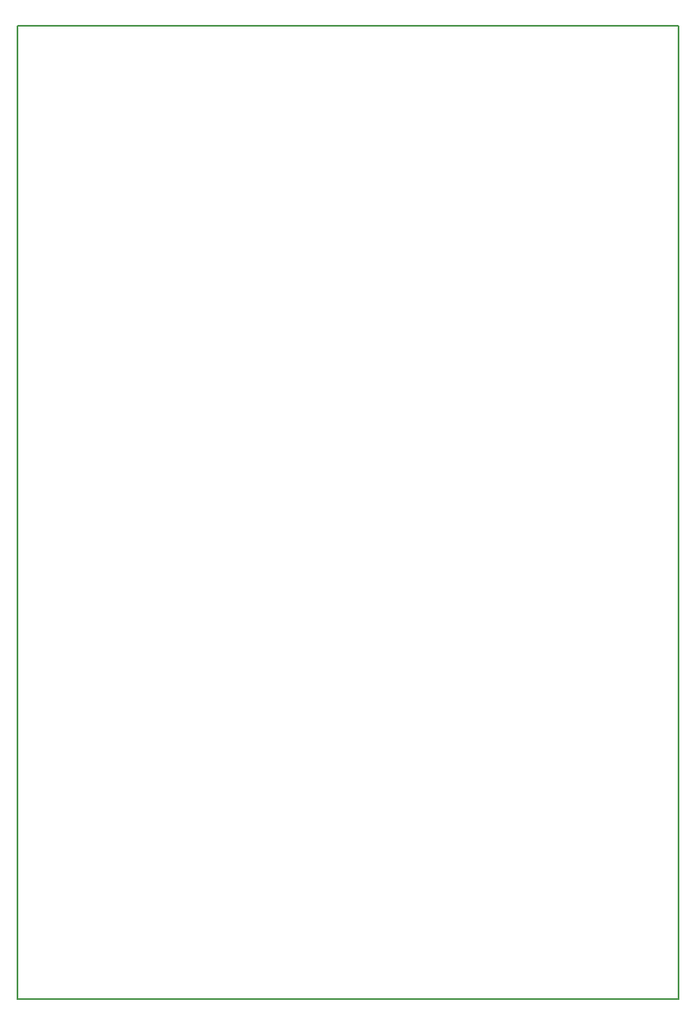
<source format=gbr>
G04 #@! TF.GenerationSoftware,KiCad,Pcbnew,(5.0.2)-1*
G04 #@! TF.CreationDate,2019-01-28T20:15:30+01:00*
G04 #@! TF.ProjectId,plyta_glowna,706c7974-615f-4676-9c6f-776e612e6b69,rev?*
G04 #@! TF.SameCoordinates,Original*
G04 #@! TF.FileFunction,Profile,NP*
%FSLAX46Y46*%
G04 Gerber Fmt 4.6, Leading zero omitted, Abs format (unit mm)*
G04 Created by KiCad (PCBNEW (5.0.2)-1) date 2019-01-28 20:15:30*
%MOMM*%
%LPD*%
G01*
G04 APERTURE LIST*
%ADD10C,0.200000*%
G04 APERTURE END LIST*
D10*
X34925000Y-123825000D02*
X34925000Y-114935000D01*
X102235000Y-123825000D02*
X34925000Y-123825000D01*
X102235000Y-114935000D02*
X102235000Y-123825000D01*
X102235000Y-114935000D02*
X102235000Y-24765000D01*
X34925000Y-24765000D02*
X34925000Y-114935000D01*
X102235000Y-24765000D02*
X34925000Y-24765000D01*
M02*

</source>
